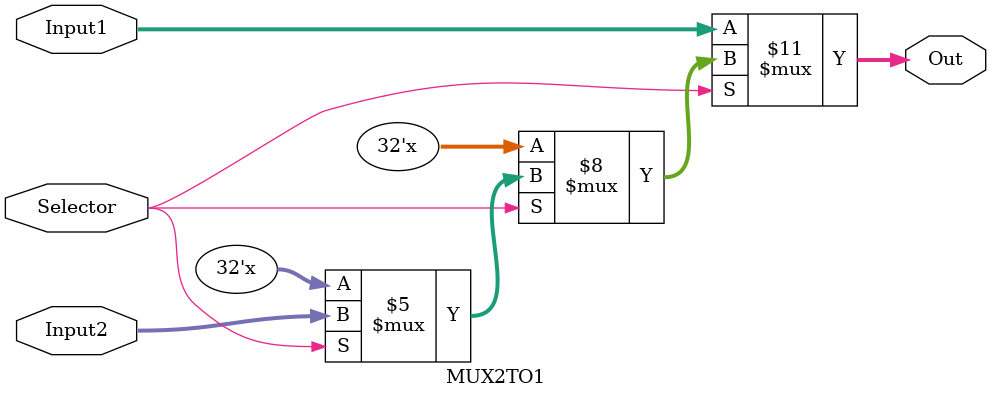
<source format=v>
module MUX2TO1 (Input1, Input2, Selector, Out);
	input [31:0] Input1, Input2;
	input Selector;
	output reg[31:0] Out;
	
	always@(Input1, Input2, Selector) begin
	if(Selector==0) 
		Out=Input1;

	else if(Selector==1) 
		Out=Input2;

	end
	
endmodule

</source>
